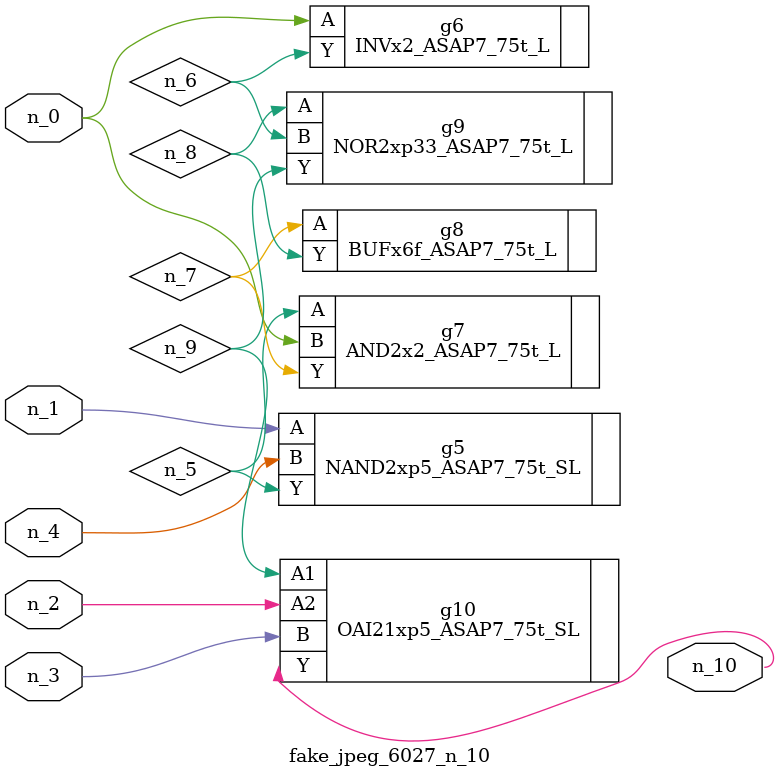
<source format=v>
module fake_jpeg_6027_n_10 (n_3, n_2, n_1, n_0, n_4, n_10);

input n_3;
input n_2;
input n_1;
input n_0;
input n_4;

output n_10;

wire n_8;
wire n_9;
wire n_6;
wire n_5;
wire n_7;

NAND2xp5_ASAP7_75t_SL g5 ( 
.A(n_1),
.B(n_4),
.Y(n_5)
);

INVx2_ASAP7_75t_L g6 ( 
.A(n_0),
.Y(n_6)
);

AND2x2_ASAP7_75t_L g7 ( 
.A(n_5),
.B(n_0),
.Y(n_7)
);

BUFx6f_ASAP7_75t_L g8 ( 
.A(n_7),
.Y(n_8)
);

NOR2xp33_ASAP7_75t_L g9 ( 
.A(n_8),
.B(n_6),
.Y(n_9)
);

OAI21xp5_ASAP7_75t_SL g10 ( 
.A1(n_9),
.A2(n_2),
.B(n_3),
.Y(n_10)
);


endmodule
</source>
